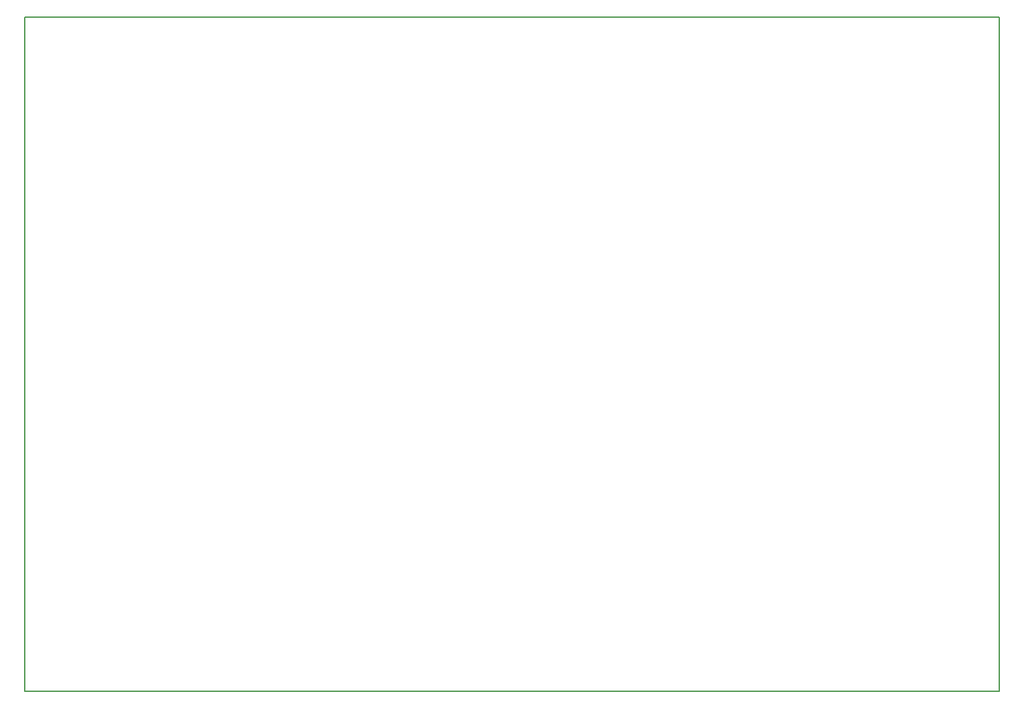
<source format=gbr>
G04 #@! TF.GenerationSoftware,KiCad,Pcbnew,5.1.7-a382d34a8~88~ubuntu20.04.1*
G04 #@! TF.CreationDate,2021-01-06T09:58:30-06:00*
G04 #@! TF.ProjectId,access-controller,61636365-7373-42d6-936f-6e74726f6c6c,rev?*
G04 #@! TF.SameCoordinates,Original*
G04 #@! TF.FileFunction,Profile,NP*
%FSLAX46Y46*%
G04 Gerber Fmt 4.6, Leading zero omitted, Abs format (unit mm)*
G04 Created by KiCad (PCBNEW 5.1.7-a382d34a8~88~ubuntu20.04.1) date 2021-01-06 09:58:30*
%MOMM*%
%LPD*%
G01*
G04 APERTURE LIST*
G04 #@! TA.AperFunction,Profile*
%ADD10C,0.150000*%
G04 #@! TD*
G04 APERTURE END LIST*
D10*
X118700000Y-30500000D02*
X118700000Y-120500000D01*
X248700000Y-30500000D02*
X118700000Y-30500000D01*
X248700000Y-120500000D02*
X248700000Y-30500000D01*
X118700000Y-120500000D02*
X248700000Y-120500000D01*
M02*

</source>
